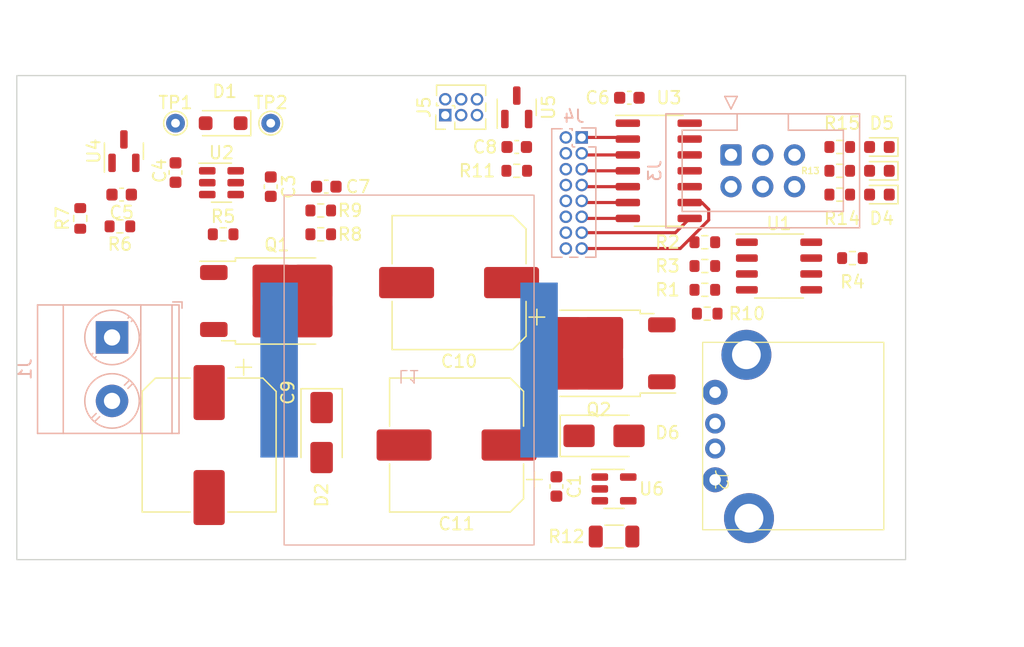
<source format=kicad_pcb>
(kicad_pcb (version 20221018) (generator pcbnew)
  (layers (0 "F.Cu" signal) (31 "B.Cu" signal) (34 "B.Paste" user) (35 "F.Paste" user) (36 "B.SilkS" user "B.Silkscreen") (37 "F.SilkS" user "F.Silkscreen") (38 "B.Mask" user) (39 "F.Mask" user) (44 "Edge.Cuts" user))
  (net 0 "")
  (net 1 "GND")
  (net 2 "Net-(D1-K)")
  (net 3 "/VSW")
  (net 4 "Net-(D1-A)")
  (net 5 "Net-(U4-GND)")
  (net 6 "+5V")
  (net 7 "Net-(J4-Pin_13)")
  (net 8 "VDD")
  (net 9 "Net-(D3-A)")
  (net 10 "Net-(D4-A)")
  (net 11 "Net-(D5-A)")
  (net 12 "VBUS")
  (net 13 "Net-(J2-D-)")
  (net 14 "Net-(J2-D+)")
  (net 15 "/MISO")
  (net 16 "/SCK")
  (net 17 "/MOSI")
  (net 18 "/~{RST}")
  (net 19 "Net-(J4-Pin_1)")
  (net 20 "Net-(J4-Pin_3)")
  (net 21 "Net-(J4-Pin_5)")
  (net 22 "Net-(J4-Pin_6)")
  (net 23 "Net-(J4-Pin_7)")
  (net 24 "Net-(J4-Pin_8)")
  (net 25 "/PWM")
  (net 26 "/AUX_ANALOG")
  (net 27 "Net-(Q1-G)")
  (net 28 "Net-(U1-R)")
  (net 29 "Net-(U2-HO)")
  (net 30 "Net-(J4-Pin_9)")
  (net 31 "Net-(J4-Pin_11)")
  (net 32 "Net-(J4-Pin_15)")
  (net 33 "Net-(D6-K)")
  (net 34 "Net-(D6-A)")
  (net 35 "/ILOAD")
  (net 36 "/REQ_V")
  (net 38 "/PWM2")
  (net 39 "Net-(U1-V1)")
  (net 40 "Net-(U1-V2)")
  (footprint "Package_TO_SOT_SMD:TO-252-2" (layer "F.Cu") (at 75.415 69.475)
    (fp_text reference "Q1" (at 0 -4.5) (layer "F.SilkS"))
    (fp_text value "PJD25N03")
    (fp_line (start -3.31 -3.45) (end -3.31 -3.18) (stroke (width 0.12)) (layer "F.SilkS"))
    (fp_line (start -3.31 -3.18) (end -6.14 -3.18) (stroke (width 0.12)) (layer "F.SilkS"))
    (fp_line (start -3.31 3.18) (end -4.41 3.18) (stroke (width 0.12)) (layer "F.SilkS"))
    (fp_line (start -3.31 3.45) (end -3.31 3.18) (stroke (width 0.12)) (layer "F.SilkS"))
    (fp_line (start 3.11 -3.45) (end -3.31 -3.45) (stroke (width 0.12)) (layer "F.SilkS"))
    (fp_line (start 3.11 3.45) (end -3.31 3.45) (stroke (width 0.12)) (layer "F.SilkS"))
    (pad "1" smd roundrect (at -5.04 -2.28) (size 2.2 1.2) (layers "F.Cu" "F.Paste" "F.Mask") (roundrect_rratio 0.208333) (net 27 "Net-(Q1-G)"))
    (pad "2" smd roundrect (at -0.415 -1.525) (size 3.05 2.75) (layers "F.Cu" "F.Paste") (roundrect_rratio 0.090909) (net 3 "/VSW"))
    (pad "2" smd roundrect (at -0.415 1.525) (size 3.05 2.75) (layers "F.Cu" "F.Paste") (roundrect_rratio 0.090909) (net 3 "/VSW"))
    (pad "2" smd roundrect (at 1.26 0) (size 6.4 5.8) (layers "F.Cu" "F.Mask") (roundrect_rratio 0.043103) (net 3 "/VSW"))
    (pad "2" smd roundrect (at 2.935 -1.525) (size 3.05 2.75) (layers "F.Cu" "F.Paste") (roundrect_rratio 0.090909) (net 3 "/VSW"))
    (pad "2" smd roundrect (at 2.935 1.525) (size 3.05 2.75) (layers "F.Cu" "F.Paste") (roundrect_rratio 0.090909) (net 3 "/VSW"))
    (pad "3" smd roundrect (at -5.04 2.28) (size 2.2 1.2) (layers "F.Cu" "F.Paste" "F.Mask") (roundrect_rratio 0.208333) (net 8 "VDD"))
  )
  (footprint "TestPoint:TestPoint_THTPad_D1.5mm_Drill0.7mm" (layer "F.Cu") (at 74.93 55.245)
    (fp_text reference "TP2" (at 0 -1.648) (layer "F.SilkS"))
    (fp_text value "TestPoint")
    (fp_circle (center 0 0) (end 0 0.95) (stroke (width 0.12)) (fill none) (layer "F.SilkS"))
    (pad "1" thru_hole circle (at 0 0) (size 1.5 1.5) (drill 0.7) (layers "*.Cu" "*.Mask") (net 2 "Net-(D1-K)"))
  )
  (footprint "Diode_SMD:D_0603_1608Metric" (layer "F.Cu") (at 123.635 59.055 180)
    (fp_text reference "D3" hide)
    (fp_text value "RED")
    (fp_line (start -1.485 -0.735) (end -1.485 0.735) (stroke (width 0.12)) (layer "F.SilkS"))
    (fp_line (start -1.485 0.735) (end 0.8 0.735) (stroke (width 0.12)) (layer "F.SilkS"))
    (fp_line (start 0.8 -0.735) (end -1.485 -0.735) (stroke (width 0.12)) (layer "F.SilkS"))
    (pad "1" smd roundrect (at -0.7875 0 180) (size 0.875 0.95) (layers "F.Cu" "F.Paste" "F.Mask") (net 1 "GND"))
    (pad "2" smd roundrect (at 0.7875 0 180) (size 0.875 0.95) (layers "F.Cu" "F.Paste" "F.Mask") (net 9 "Net-(D3-A)"))
  )
  (footprint "Capacitor_SMD:C_0603_1608Metric" (layer "F.Cu") (at 79.375 60.325 180)
    (fp_text reference "C7" (at -2.54 0) (layer "F.SilkS"))
    (fp_text value "10n")
    (fp_line (start -0.14058 -0.51) (end 0.14058 -0.51) (stroke (width 0.12)) (layer "F.SilkS"))
    (fp_line (start -0.14058 0.51) (end 0.14058 0.51) (stroke (width 0.12)) (layer "F.SilkS"))
    (pad "1" smd roundrect (at -0.775 0 180) (size 0.9 0.95) (layers "F.Cu" "F.Paste" "F.Mask") (net 24 "Net-(J4-Pin_8)"))
    (pad "2" smd roundrect (at 0.775 0 180) (size 0.9 0.95) (layers "F.Cu" "F.Paste" "F.Mask") (net 1 "GND"))
  )
  (footprint "Resistor_SMD:R_0603_1608Metric" (layer "F.Cu") (at 120.46 59.055)
    (fp_text reference "R13" (at -2.35 0) (layer "F.SilkS") (effects (font (size 0.5 0.5) (thickness 0.1) bold)))
    (fp_text value "1k")
    (fp_line (start -0.237258 -0.5225) (end 0.237258 -0.5225) (stroke (width 0.12)) (layer "F.SilkS"))
    (fp_line (start -0.237258 0.5225) (end 0.237258 0.5225) (stroke (width 0.12)) (layer "F.SilkS"))
    (pad "1" smd roundrect (at -0.825 0) (size 0.8 0.95) (layers "F.Cu" "F.Paste" "F.Mask") (net 15 "/MISO"))
    (pad "2" smd roundrect (at 0.825 0) (size 0.8 0.95) (layers "F.Cu" "F.Paste" "F.Mask") (net 9 "Net-(D3-A)"))
  )
  (footprint "Package_TO_SOT_SMD:SOT-23" (layer "F.Cu") (at 63.18 57.4825 90)
    (fp_text reference "U4" (at 0 -2.4 90) (layer "F.SilkS"))
    (fp_text value "AP7375")
    (fp_line (start 0 -1.56) (end -1.675 -1.56) (stroke (width 0.12)) (layer "F.SilkS"))
    (fp_line (start 0 -1.56) (end 0.65 -1.56) (stroke (width 0.12)) (layer "F.SilkS"))
    (fp_line (start 0 1.56) (end -0.65 1.56) (stroke (width 0.12)) (layer "F.SilkS"))
    (fp_line (start 0 1.56) (end 0.65 1.56) (stroke (width 0.12)) (layer "F.SilkS"))
    (pad "1" smd roundrect (at -0.9375 -0.95 90) (size 1.475 0.6) (layers "F.Cu" "F.Paste" "F.Mask") (net 8 "VDD"))
    (pad "2" smd roundrect (at -0.9375 0.95 90) (size 1.475 0.6) (layers "F.Cu" "F.Paste" "F.Mask") (net 4 "Net-(D1-A)"))
    (pad "3" smd roundrect (at 0.9375 0 90) (size 1.475 0.6) (layers "F.Cu" "F.Paste" "F.Mask") (net 5 "Net-(U4-GND)"))
  )
  (footprint "Package_TO_SOT_SMD:SOT-23" (layer "F.Cu") (at 94.615 53.975 90)
    (fp_text reference "U5" (at 0 2.54 90) (layer "F.SilkS"))
    (fp_text value "AP7375")
    (fp_line (start 0 -1.56) (end -1.675 -1.56) (stroke (width 0.12)) (layer "F.SilkS"))
    (fp_line (start 0 -1.56) (end 0.65 -1.56) (stroke (width 0.12)) (layer "F.SilkS"))
    (fp_line (start 0 1.56) (end -0.65 1.56) (stroke (width 0.12)) (layer "F.SilkS"))
    (fp_line (start 0 1.56) (end 0.65 1.56) (stroke (width 0.12)) (layer "F.SilkS"))
    (pad "1" smd roundrect (at -0.9375 -0.95 90) (size 1.475 0.6) (layers "F.Cu" "F.Paste" "F.Mask") (net 8 "VDD"))
    (pad "2" smd roundrect (at -0.9375 0.95 90) (size 1.475 0.6) (layers "F.Cu" "F.Paste" "F.Mask") (net 6 "+5V"))
    (pad "3" smd roundrect (at 0.9375 0 90) (size 1.475 0.6) (layers "F.Cu" "F.Paste" "F.Mask") (net 1 "GND"))
  )
  (footprint "Resistor_SMD:R_0603_1608Metric" (layer "F.Cu") (at 109.855 70.485 180)
    (fp_text reference "R10" (at -3.175 0) (layer "F.SilkS"))
    (fp_text value "400k")
    (fp_line (start -0.237258 -0.5225) (end 0.237258 -0.5225) (stroke (width 0.12)) (layer "F.SilkS"))
    (fp_line (start -0.237258 0.5225) (end 0.237258 0.5225) (stroke (width 0.12)) (layer "F.SilkS"))
    (pad "1" smd roundrect (at -0.825 0 180) (size 0.8 0.95) (layers "F.Cu" "F.Paste" "F.Mask") (net 12 "VBUS"))
    (pad "2" smd roundrect (at 0.825 0 180) (size 0.8 0.95) (layers "F.Cu" "F.Paste" "F.Mask") (net 22 "Net-(J4-Pin_6)"))
  )
  (footprint "Connector_PinHeader_1.27mm:PinHeader_2x03_P1.27mm_Vertical" (layer "F.Cu") (at 88.895 54.6 90)
    (fp_text reference "J5" (at 0.635 -1.695 90) (layer "F.SilkS"))
    (fp_text value "Conn_02x03_Odd_Even")
    (fp_line (start -1.13 -0.76) (end 0 -0.76) (stroke (width 0.12)) (layer "F.SilkS"))
    (fp_line (start -1.13 0) (end -1.13 -0.76) (stroke (width 0.12)) (layer "F.SilkS"))
    (fp_line (start -1.13 0.76) (end -1.13 3.235) (stroke (width 0.12)) (layer "F.SilkS"))
    (fp_line (start -1.13 0.76) (end -0.563471 0.76) (stroke (width 0.12)) (layer "F.SilkS"))
    (fp_line (start -1.13 3.235) (end -0.30753 3.235) (stroke (width 0.12)) (layer "F.SilkS"))
    (fp_line (start 0.30753 3.235) (end 0.96247 3.235) (stroke (width 0.12)) (layer "F.SilkS"))
    (fp_line (start 0.563471 0.76) (end 0.706529 0.76) (stroke (width 0.12)) (layer "F.SilkS"))
    (fp_line (start 0.76 -0.695) (end 0.96247 -0.695) (stroke (width 0.12)) (layer "F.SilkS"))
    (fp_line (start 0.76 -0.563471) (end 0.76 -0.695) (stroke (width 0.12)) (layer "F.SilkS"))
    (fp_line (start 0.76 0.706529) (end 0.76 0.563471) (stroke (width 0.12)) (layer "F.SilkS"))
    (fp_line (start 1.57753 -0.695) (end 2.4 -0.695) (stroke (width 0.12)) (layer "F.SilkS"))
    (fp_line (start 1.57753 3.235) (end 2.4 3.235) (stroke (width 0.12)) (layer "F.SilkS"))
    (fp_line (start 2.4 -0.695) (end 2.4 3.235) (stroke (width 0.12)) (layer "F.SilkS"))
    (pad "1" thru_hole rect (at 0 0 90) (size 1 1) (drill 0.65) (layers "*.Cu" "*.Mask") (net 6 "+5V"))
    (pad "2" thru_hole oval (at 1.27 0 90) (size 1 1) (drill 0.65) (layers "*.Cu" "*.Mask") (net 1 "GND"))
    (pad "3" thru_hole oval (at 0 1.27 90) (size 1 1) (drill 0.65) (layers "*.Cu" "*.Mask") (net 6 "+5V"))
    (pad "4" thru_hole oval (at 1.27 1.27 90) (size 1 1) (drill 0.65) (layers "*.Cu" "*.Mask") (net 1 "GND"))
    (pad "5" thru_hole oval (at 0 2.54 90) (size 1 1) (drill 0.65) (layers "*.Cu" "*.Mask") (net 6 "+5V"))
    (pad "6" thru_hole oval (at 1.27 2.54 90) (size 1 1) (drill 0.65) (layers "*.Cu" "*.Mask") (net 1 "GND"))
  )
  (footprint "Resistor_SMD:R_0603_1608Metric" (layer "F.Cu") (at 109.665 64.77 180)
    (fp_text reference "R2" (at 2.985 0) (layer "F.SilkS"))
    (fp_text value "100k")
    (fp_line (start -0.237258 -0.5225) (end 0.237258 -0.5225) (stroke (width 0.12)) (layer "F.SilkS"))
    (fp_line (start -0.237258 0.5225) (end 0.237258 0.5225) (stroke (width 0.12)) (layer "F.SilkS"))
    (pad "1" smd roundrect (at -0.825 0 180) (size 0.8 0.95) (layers "F.Cu" "F.Paste" "F.Mask") (net 39 "Net-(U1-V1)"))
    (pad "2" smd roundrect (at 0.825 0 180) (size 0.8 0.95) (layers "F.Cu" "F.Paste" "F.Mask") (net 40 "Net-(U1-V2)"))
  )
  (footprint "Resistor_SMD:R_1206_3216Metric" (layer "F.Cu") (at 102.4 88.32 180)
    (fp_text reference "R12" (at 3.81 0) (layer "F.SilkS"))
    (fp_text value "20m")
    (fp_line (start -0.727064 -0.91) (end 0.727064 -0.91) (stroke (width 0.12)) (layer "F.SilkS"))
    (fp_line (start -0.727064 0.91) (end 0.727064 0.91) (stroke (width 0.12)) (layer "F.SilkS"))
    (pad "1" smd roundrect (at -1.4625 0 180) (size 1.125 1.75) (layers "F.Cu" "F.Paste" "F.Mask") (roundrect_rratio 0.222222) (net 33 "Net-(D6-K)"))
    (pad "2" smd roundrect (at 1.4625 0 180) (size 1.125 1.75) (layers "F.Cu" "F.Paste" "F.Mask") (roundrect_rratio 0.222222) (net 12 "VBUS"))
  )
  (footprint "Resistor_SMD:R_0603_1608Metric" (layer "F.Cu") (at 78.93 62.23 180)
    (fp_text reference "R9" (at -2.35 0) (layer "F.SilkS"))
    (fp_text value "100k")
    (fp_line (start -0.237258 -0.5225) (end 0.237258 -0.5225) (stroke (width 0.12)) (layer "F.SilkS"))
    (fp_line (start -0.237258 0.5225) (end 0.237258 0.5225) (stroke (width 0.12)) (layer "F.SilkS"))
    (pad "1" smd roundrect (at -0.825 0 180) (size 0.8 0.95) (layers "F.Cu" "F.Paste" "F.Mask") (net 24 "Net-(J4-Pin_8)"))
    (pad "2" smd roundrect (at 0.825 0 180) (size 0.8 0.95) (layers "F.Cu" "F.Paste" "F.Mask") (net 1 "GND"))
  )
  (footprint "Package_TO_SOT_SMD:TO-252-2" (layer "F.Cu") (at 101.185 73.66 180)
    (fp_text reference "Q2" (at 0 -4.5) (layer "F.SilkS"))
    (fp_text value "PJD25N03")
    (fp_line (start -3.31 -3.45) (end -3.31 -3.18) (stroke (width 0.12)) (layer "F.SilkS"))
    (fp_line (start -3.31 -3.18) (end -6.14 -3.18) (stroke (width 0.12)) (layer "F.SilkS"))
    (fp_line (start -3.31 3.18) (end -4.41 3.18) (stroke (width 0.12)) (layer "F.SilkS"))
    (fp_line (start -3.31 3.45) (end -3.31 3.18) (stroke (width 0.12)) (layer "F.SilkS"))
    (fp_line (start 3.11 -3.45) (end -3.31 -3.45) (stroke (width 0.12)) (layer "F.SilkS"))
    (fp_line (start 3.11 3.45) (end -3.31 3.45) (stroke (width 0.12)) (layer "F.SilkS"))
    (pad "1" smd roundrect (at -5.04 -2.28 180) (size 2.2 1.2) (layers "F.Cu" "F.Paste" "F.Mask") (roundrect_rratio 0.208333) (net 38 "/PWM2"))
    (pad "2" smd roundrect (at -0.415 -1.525 180) (size 3.05 2.75) (layers "F.Cu" "F.Paste") (roundrect_rratio 0.090909) (net 34 "Net-(D6-A)"))
    (pad "2" smd roundrect (at -0.415 1.525 180) (size 3.05 2.75) (layers "F.Cu" "F.Paste") (roundrect_rratio 0.090909) (net 34 "Net-(D6-A)"))
    (pad "2" smd roundrect (at 1.26 0 180) (size 6.4 5.8) (layers "F.Cu" "F.Mask") (roundrect_rratio 0.043103) (net 34 "Net-(D6-A)"))
    (pad "2" smd roundrect (at 2.935 -1.525 180) (size 3.05 2.75) (layers "F.Cu" "F.Paste") (roundrect_rratio 0.090909) (net 34 "Net-(D6-A)"))
    (pad "2" smd roundrect (at 2.935 1.525 180) (size 3.05 2.75) (layers "F.Cu" "F.Paste") (roundrect_rratio 0.090909) (net 34 "Net-(D6-A)"))
    (pad "3" smd roundrect (at -5.04 2.28 180) (size 2.2 1.2) (layers "F.Cu" "F.Paste" "F.Mask") (roundrect_rratio 0.208333) (net 1 "GND"))
  )
  (footprint "Diode_SMD:D_0603_1608Metric" (layer "F.Cu") (at 123.635 60.96 180)
    (fp_text reference "D4" (at -0.19 -1.905) (layer "F.SilkS"))
    (fp_text value "YEL")
    (fp_line (start -1.485 -0.735) (end -1.485 0.735) (stroke (width 0.12)) (layer "F.SilkS"))
    (fp_line (start -1.485 0.735) (end 0.8 0.735) (stroke (width 0.12)) (layer "F.SilkS"))
    (fp_line (start 0.8 -0.735) (end -1.485 -0.735) (stroke (width 0.12)) (layer "F.SilkS"))
    (pad "1" smd roundrect (at -0.7875 0 180) (size 0.875 0.95) (layers "F.Cu" "F.Paste" "F.Mask") (net 1 "GND"))
    (pad "2" smd roundrect (at 0.7875 0 180) (size 0.875 0.95) (layers "F.Cu" "F.Paste" "F.Mask") (net 10 "Net-(D4-A)"))
  )
  (footprint "Package_TO_SOT_SMD:SOT-23-6" (layer "F.Cu") (at 70.9875 60.005)
    (fp_text reference "U2" (at 0 -2.4) (layer "F.SilkS"))
    (fp_text value "IRS10752LVBF")
    (fp_line (start 0 -1.56) (end -1.8 -1.56) (stroke (width 0.12)) (layer "F.SilkS"))
    (fp_line (start 0 -1.56) (end 0.8 -1.56) (stroke (width 0.12)) (layer "F.SilkS"))
    (fp_line (start 0 1.56) (end -0.8 1.56) (stroke (width 0.12)) (layer "F.SilkS"))
    (fp_line (start 0 1.56) (end 0.8 1.56) (stroke (width 0.12)) (layer "F.SilkS"))
    (pad "1" smd roundrect (at -1.1375 -0.95) (size 1.325 0.6) (layers "F.Cu" "F.Paste" "F.Mask") (net 4 "Net-(D1-A)"))
    (pad "2" smd roundrect (at -1.1375 0) (size 1.325 0.6) (layers "F.Cu" "F.Paste" "F.Mask") (net 1 "GND"))
    (pad "3" smd roundrect (at -1.1375 0.95) (size 1.325 0.6) (layers "F.Cu" "F.Paste" "F.Mask") (net 25 "/PWM"))
    (pad "4" smd roundrect (at 1.1375 0.95) (size 1.325 0.6) (layers "F.Cu" "F.Paste" "F.Mask") (net 3 "/VSW"))
    (pad "5" smd roundrect (at 1.1375 0) (size 1.325 0.6) (layers "F.Cu" "F.Paste" "F.Mask") (net 29 "Net-(U2-HO)"))
    (pad "6" smd roundrect (at 1.1375 -0.95) (size 1.325 0.6) (layers "F.Cu" "F.Paste" "F.Mask") (net 2 "Net-(D1-K)"))
  )
  (footprint "Capacitor_SMD:C_0603_1608Metric" (layer "F.Cu") (at 103.625 53.21)
    (fp_text reference "C6" (at -2.54 0) (layer "F.SilkS"))
    (fp_text value "10n")
    (fp_line (start -0.14058 -0.51) (end 0.14058 -0.51) (stroke (width 0.12)) (layer "F.SilkS"))
    (fp_line (start -0.14058 0.51) (end 0.14058 0.51) (stroke (width 0.12)) (layer "F.SilkS"))
    (pad "1" smd roundrect (at -0.775 0) (size 0.9 0.95) (layers "F.Cu" "F.Paste" "F.Mask") (net 6 "+5V"))
    (pad "2" smd roundrect (at 0.775 0) (size 0.9 0.95) (layers "F.Cu" "F.Paste" "F.Mask") (net 1 "GND"))
  )
  (footprint "TestPoint:TestPoint_THTPad_D1.5mm_Drill0.7mm" (layer "F.Cu") (at 67.31 55.245)
    (fp_text reference "TP1" (at 0 -1.648) (layer "F.SilkS"))
    (fp_text value "TestPoint")
    (fp_circle (center 0 0) (end 0 0.95) (stroke (width 0.12)) (fill none) (layer "F.SilkS"))
    (pad "1" thru_hole circle (at 0 0) (size 1.5 1.5) (drill 0.7) (layers "*.Cu" "*.Mask") (net 4 "Net-(D1-A)"))
  )
  (footprint "Package_TO_SOT_SMD:SOT-23-5" (layer "F.Cu") (at 102.4 84.51)
    (fp_text reference "U6" (at 3.01 0) (layer "F.SilkS"))
    (fp_text value "INA180A4")
    (fp_line (start 0 -1.56) (end -1.8 -1.56) (stroke (width 0.12)) (layer "F.SilkS"))
    (fp_line (start 0 -1.56) (end 0.8 -1.56) (stroke (width 0.12)) (layer "F.SilkS"))
    (fp_line (start 0 1.56) (end -0.8 1.56) (stroke (width 0.12)) (layer "F.SilkS"))
    (fp_line (start 0 1.56) (end 0.8 1.56) (stroke (width 0.12)) (layer "F.SilkS"))
    (pad "1" smd roundrect (at -1.1375 -0.95) (size 1.325 0.6) (layers "F.Cu" "F.Paste" "F.Mask") (net 35 "/ILOAD"))
    (pad "2" smd roundrect (at -1.1375 0) (size 1.325 0.6) (layers "F.Cu" "F.Paste" "F.Mask") (net 1 "GND"))
    (pad "3" smd roundrect (at -1.1375 0.95) (size 1.325 0.6) (layers "F.Cu" "F.Paste" "F.Mask") (net 33 "Net-(D6-K)"))
    (pad "4" smd roundrect (at 1.1375 0.95) (size 1.325 0.6) (layers "F.Cu" "F.Paste" "F.Mask") (net 12 "VBUS"))
    (pad "5" smd roundrect (at 1.1375 -0.95) (size 1.325 0.6) (layers "F.Cu" "F.Paste" "F.Mask") (net 6 "+5V"))
  )
  (footprint "Resistor_SMD:R_0603_1608Metric" (layer "F.Cu") (at 120.46 60.96)
    (fp_text reference "R14" (at 0.19 1.905) (layer "F.SilkS"))
    (fp_text value "1k")
    (fp_line (start -0.237258 -0.5225) (end 0.237258 -0.5225) (stroke (width 0.12)) (layer "F.SilkS"))
    (fp_line (start -0.237258 0.5225) (end 0.237258 0.5225) (stroke (width 0.12)) (layer "F.SilkS"))
    (pad "1" smd roundrect (at -0.825 0) (size 0.8 0.95) (layers "F.Cu" "F.Paste" "F.Mask") (net 17 "/MOSI"))
    (pad "2" smd roundrect (at 0.825 0) (size 0.8 0.95) (layers "F.Cu" "F.Paste" "F.Mask") (net 10 "Net-(D4-A)"))
  )
  (footprint "Diode_SMD:D_SOD-123F" (layer "F.Cu") (at 71.12 55.245 180)
    (fp_text reference "D1" (at -0.127 2.54 180) (layer "F.SilkS"))
    (fp_text value "SBM54")
    (fp_line (start -2.21 -1) (end -2.21 1) (stroke (width 0.12)) (layer "F.SilkS"))
    (fp_line (start -2.21 -1) (end 1.65 -1) (stroke (width 0.12)) (layer "F.SilkS"))
    (fp_line (start -2.21 1) (end 1.65 1) (stroke (width 0.12)) (layer "F.SilkS"))
    (pad "1" smd roundrect (at -1.4 0 180) (size 1.1 1.1) (layers "F.Cu" "F.Paste" "F.Mask") (roundrect_rratio 0.2272727273) (net 2 "Net-(D1-K)"))
    (pad "2" smd roundrect (at 1.4 0 180) (size 1.1 1.1) (layers "F.Cu" "F.Paste" "F.Mask") (roundrect_rratio 0.2272727273) (net 4 "Net-(D1-A)"))
  )
  (footprint "Capacitor_SMD:CP_Elec_10x10.5" (layer "F.Cu") (at 89.8 81 180)
    (fp_text reference "C11" (at 0 -6.3) (layer "F.SilkS"))
    (fp_text value "100u")
    (fp_line (start -6.85 -2.76) (end -5.6 -2.76) (stroke (width 0.12)) (layer "F.SilkS"))
    (fp_line (start -6.225 -3.385) (end -6.225 -2.135) (stroke (width 0.12)) (layer "F.SilkS"))
    (fp_line (start -5.36 -4.295563) (end -5.36 -1.51) (stroke (width 0.12)) (layer "F.SilkS"))
    (fp_line (start -5.36 -4.295563) (end -4.295563 -5.36) (stroke (width 0.12)) (layer "F.SilkS"))
    (fp_line (start -5.36 4.295563) (end -5.36 1.51) (stroke (width 0.12)) (layer "F.SilkS"))
    (fp_line (start -5.36 4.295563) (end -4.295563 5.36) (stroke (width 0.12)) (layer "F.SilkS"))
    (fp_line (start -4.295563 -5.36) (end 5.36 -5.36) (stroke (width 0.12)) (layer "F.SilkS"))
    (fp_line (start -4.295563 5.36) (end 5.36 5.36) (stroke (width 0.12)) (layer "F.SilkS"))
    (fp_line (start 5.36 -5.36) (end 5.36 -1.51) (stroke (width 0.12)) (layer "F.SilkS"))
    (fp_line (start 5.36 5.36) (end 5.36 1.51) (stroke (width 0.12)) (layer "F.SilkS"))
    (pad "1" smd roundrect (at -4.2 0 180) (size 4.4 2.5) (layers "F.Cu" "F.Paste" "F.Mask") (roundrect_rratio 0.1) (net 33 "Net-(D6-K)"))
    (pad "2" smd roundrect (at 4.2 0 180) (size 4.4 2.5) (layers "F.Cu" "F.Paste" "F.Mask") (roundrect_rratio 0.1) (net 1 "GND"))
  )
  (footprint "Resistor_SMD:R_0603_1608Metric" (layer "F.Cu") (at 78.93 64.135)
    (fp_text reference "R8" (at 2.35 0) (layer "F.SilkS"))
    (fp_text value "400k")
    (fp_line (start -0.237258 -0.5225) (end 0.237258 -0.5225) (stroke (width 0.12)) (layer "F.SilkS"))
    (fp_line (start -0.237258 0.5225) (end 0.237258 0.5225) (stroke (width 0.12)) (layer "F.SilkS"))
    (pad "1" smd roundrect (at -0.825 0) (size 0.8 0.95) (layers "F.Cu" "F.Paste" "F.Mask") (net 8 "VDD"))
    (pad "2" smd roundrect (at 0.825 0) (size 0.8 0.95) (layers "F.Cu" "F.Paste" "F.Mask") (net 24 "Net-(J4-Pin_8)"))
  )
  (footprint "fast_charger:usb_CU01" (layer "F.Cu") (at 110.49 83.78 -90)
    (fp_text reference "J2" (at 0 -0.5 -90 unlocked) (layer "F.SilkS") (effects (font (thickness 0.1))))
    (fp_text value "USB_A")
    (fp_rect (start -11 -13.5) (end 4 1) (stroke (width 0.1)) (fill none) (layer "F.SilkS"))
    (pad "1" thru_hole circle (at 0 0 270) (size 2 2) (drill 0.92) (layers "*.Cu" "*.Mask") (net 12 "VBUS"))
    (pad "2" thru_hole circle (at -2.5 0 270) (size 1.6 1.6) (drill 0.92) (layers "*.Cu" "*.Mask") (net 13 "Net-(J2-D-)"))
    (pad "3" thru_hole circle (at -4.5 0 270) (size 1.6 1.6) (drill 0.92) (layers "*.Cu" "*.Mask") (net 14 "Net-(J2-D+)"))
    (pad "4" thru_hole circle (at -7 0 270) (size 2 2) (drill 0.92) (layers "*.Cu" "*.Mask") (net 1 "GND"))
    (pad "5" thru_hole circle (at -10 -2.5 270) (size 4 4) (drill 2.3) (layers "*.Cu" "*.Mask") (net 1 "GND"))
    (pad "5" thru_hole circle (at 3.07 -2.71 270) (size 4 4) (drill 2.3) (layers "*.Cu" "*.Mask") (net 1 "GND"))
  )
  (footprint "Resistor_SMD:R_0603_1608Metric" (layer "F.Cu") (at 109.665 68.58 180)
    (fp_text reference "R1" (at 2.985 0) (layer "F.SilkS"))
    (fp_text value "400k")
    (fp_line (start -0.237258 -0.5225) (end 0.237258 -0.5225) (stroke (width 0.12)) (layer "F.SilkS"))
    (fp_line (start -0.237258 0.5225) (end 0.237258 0.5225) (stroke (width 0.12)) (layer "F.SilkS"))
    (pad "1" smd roundrect (at -0.825 0 180) (size 0.8 0.95) (layers "F.Cu" "F.Paste" "F.Mask") (net 36 "/REQ_V"))
    (pad "2" smd roundrect (at 0.825 0 180) (size 0.8 0.95) (layers "F.Cu" "F.Paste" "F.Mask") (net 6 "+5V"))
  )
  (footprint "Diode_SMD:D_0603_1608Metric" (layer "F.Cu") (at 123.635 57.15 180)
    (fp_text reference "D5" (at -0.19 1.905) (layer "F.SilkS"))
    (fp_text value "GRN")
    (fp_line (start -1.485 -0.735) (end -1.485 0.735) (stroke (width 0.12)) (layer "F.SilkS"))
    (fp_line (start -1.485 0.735) (end 0.8 0.735) (stroke (width 0.12)) (layer "F.SilkS"))
    (fp_line (start 0.8 -0.735) (end -1.485 -0.735) (stroke (width 0.12)) (layer "F.SilkS"))
    (pad "1" smd roundrect (at -0.7875 0 180) (size 0.875 0.95) (layers "F.Cu" "F.Paste" "F.Mask") (net 1 "GND"))
    (pad "2" smd roundrect (at 0.7875 0 180) (size 0.875 0.95) (layers "F.Cu" "F.Paste" "F.Mask") (net 11 "Net-(D5-A)"))
  )
  (footprint "Capacitor_SMD:C_0603_1608Metric" (layer "F.Cu") (at 63 60.96 180)
    (fp_text reference "C5" (at 0 -1.43) (layer "F.SilkS"))
    (fp_text value "10n")
    (fp_line (start -0.14058 -0.51) (end 0.14058 -0.51) (stroke (width 0.12)) (layer "F.SilkS"))
    (fp_line (start -0.14058 0.51) (end 0.14058 0.51) (stroke (width 0.12)) (layer "F.SilkS"))
    (pad "1" smd roundrect (at -0.775 0 180) (size 0.9 0.95) (layers "F.Cu" "F.Paste" "F.Mask") (net 4 "Net-(D1-A)"))
    (pad "2" smd roundrect (at 0.775 0 180) (size 0.9 0.95) (layers "F.Cu" "F.Paste" "F.Mask") (net 5 "Net-(U4-GND)"))
  )
  (footprint "Capacitor_SMD:C_0603_1608Metric" (layer "F.Cu") (at 97.79 84.315 -90)
    (fp_text reference "C1" (at 0 -1.43 90) (layer "F.SilkS"))
    (fp_text value "10n")
    (fp_line (start -0.14058 -0.51) (end 0.14058 -0.51) (stroke (width 0.12)) (layer "F.SilkS"))
    (fp_line (start -0.14058 0.51) (end 0.14058 0.51) (stroke (width 0.12)) (layer "F.SilkS"))
    (pad "1" smd roundrect (at -0.775 0 270) (size 0.9 0.95) (layers "F.Cu" "F.Paste" "F.Mask") (net 33 "Net-(D6-K)"))
    (pad "2" smd roundrect (at 0.775 0 270) (size 0.9 0.95) (layers "F.Cu" "F.Paste" "F.Mask") (net 1 "GND"))
  )
  (footprint "Diode_SMD:D_SMA" (layer "F.Cu") (at 79 80 -90)
    (fp_text reference "D2" (at 5 0 90) (layer "F.SilkS"))
    (fp_text value "SBM54")
    (fp_line (start -3.51 -1.65) (end -3.51 1.65) (stroke (width 0.12)) (layer "F.SilkS"))
    (fp_line (start -3.51 -1.65) (end 2 -1.65) (stroke (width 0.12)) (layer "F.SilkS"))
    (fp_line (start -3.51 1.65) (end 2 1.65) (stroke (width 0.12)) (layer "F.SilkS"))
    (pad "1" smd roundrect (at -2 0 270) (size 2.5 1.8) (layers "F.Cu" "F.Paste" "F.Mask") (roundrect_rratio 0.1388888889) (net 3 "/VSW"))
    (pad "2" smd roundrect (at 2 0 270) (size 2.5 1.8) (layers "F.Cu" "F.Paste" "F.Mask") (roundrect_rratio 0.1388888889) (net 1 "GND"))
  )
  (footprint "Capacitor_SMD:CP_Elec_10x10.5" (layer "F.Cu") (at 70 81 -90)
    (fp_text reference "C9" (at -4.2 -6.3 90) (layer "F.SilkS"))
    (fp_text value "100u")
    (fp_line (start -6.85 -2.76) (end -5.6 -2.76) (stroke (width 0.12)) (layer "F.SilkS"))
    (fp_line (start -6.225 -3.385) (end -6.225 -2.135) (stroke (width 0.12)) (layer "F.SilkS"))
    (fp_line (start -5.36 -4.295563) (end -5.36 -1.51) (stroke (width 0.12)) (layer "F.SilkS"))
    (fp_line (start -5.36 -4.295563) (end -4.295563 -5.36) (stroke (width 0.12)) (layer "F.SilkS"))
    (fp_line (start -5.36 4.295563) (end -5.36 1.51) (stroke (width 0.12)) (layer "F.SilkS"))
    (fp_line (start -5.36 4.295563) (end -4.295563 5.36) (stroke (width 0.12)) (layer "F.SilkS"))
    (fp_line (start -4.295563 -5.36) (end 5.36 -5.36) (stroke (width 0.12)) (layer "F.SilkS"))
    (fp_line (start -4.295563 5.36) (end 5.36 5.36) (stroke (width 0.12)) (layer "F.SilkS"))
    (fp_line (start 5.36 -5.36) (end 5.36 -1.51) (stroke (width 0.12)) (layer "F.SilkS"))
    (fp_line (start 5.36 5.36) (end 5.36 1.51) (stroke (width 0.12)) (layer "F.SilkS"))
    (pad "1" smd roundrect (at -4.2 0 270) (size 4.4 2.5) (layers "F.Cu" "F.Paste" "F.Mask") (roundrect_rratio 0.1) (net 8 "VDD"))
    (pad "2" smd roundrect (at 4.2 0 270) (size 4.4 2.5) (layers "F.Cu" "F.Paste" "F.Mask") (roundrect_rratio 0.1) (net 1 "GND"))
  )
  (footprint "Capacitor_SMD:C_0603_1608Metric" (layer "F.Cu") (at 67.31 59.195 -90)
    (fp_text reference "C4" (at -0.14 1.27 90) (layer "F.SilkS"))
    (fp_text value "10n")
    (fp_line (start -0.14058 -0.51) (end 0.14058 -0.51) (stroke (width 0.12)) (layer "F.SilkS"))
    (fp_line (start -0.14058 0.51) (end 0.14058 0.51) (stroke (width 0.12)) (layer "F.SilkS"))
    (pad "1" smd roundrect (at -0.775 0 270) (size 0.9 0.95) (layers "F.Cu" "F.Paste" "F.Mask") (net 4 "Net-(D1-A)"))
    (pad "2" smd roundrect (at 0.775 0 270) (size 0.9 0.95) (layers "F.Cu" "F.Paste" "F.Mask") (net 1 "GND"))
  )
  (footprint "Capacitor_SMD:C_0603_1608Metric" (layer "F.Cu") (at 74.93 60.325 -90)
    (fp_text reference "C3" (at 0 -1.43 90) (layer "F.SilkS"))
    (fp_text value "10n")
    (fp_line (start -0.14058 -0.51) (end 0.14058 -0.51) (stroke (width 0.12)) (layer "F.SilkS"))
    (fp_line (start -0.14058 0.51) (end 0.14058 0.51) (stroke (width 0.12)) (layer "F.SilkS"))
    (pad "1" smd roundrect (at -0.775 0 270) (size 0.9 0.95) (layers "F.Cu" "F.Paste" "F.Mask") (net 2 "Net-(D1-K)"))
    (pad "2" smd roundrect (at 0.775 0 270) (size 0.9 0.95) (layers "F.Cu" "F.Paste" "F.Mask") (net 3 "/VSW"))
  )
  (footprint "Package_SO:SO-8_3.9x4.9mm_P1.27mm" (layer "F.Cu") (at 115.605 66.675)
    (fp_text reference "U1" (at 0 -3.4) (layer "F.SilkS"))
    (fp_text value "CHY100")
    (fp_line (start 0 -2.56) (end -3.45 -2.56) (stroke (width 0.12)) (layer "F.SilkS"))
    (fp_line (start 0 -2.56) (end 1.95 -2.56) (stroke (width 0.12)) (layer "F.SilkS"))
    (fp_line (start 0 2.56) (end -1.95 2.56) (stroke (width 0.12)) (layer "F.SilkS"))
    (fp_line (start 0 2.56) (end 1.95 2.56) (stroke (width 0.12)) (layer "F.SilkS"))
    (pad "1" smd roundrect (at -2.575 -1.905) (size 1.75 0.6) (layers "F.Cu" "F.Paste" "F.Mask") (net 1 "GND"))
    (pad "2" smd roundrect (at -2.575 -0.635) (size 1.75 0.6) (layers "F.Cu" "F.Paste" "F.Mask") (net 39 "Net-(U1-V1)"))
    (pad "3" smd roundrect (at -2.575 0.635) (size 1.75 0.6) (layers "F.Cu" "F.Paste" "F.Mask") (net 40 "Net-(U1-V2)"))
    (pad "4" smd roundrect (at -2.575 1.905) (size 1.75 0.6) (layers "F.Cu" "F.Paste" "F.Mask") (net 36 "/REQ_V"))
    (pad "5" smd roundrect (at 2.575 1.905) (size 1.75 0.6) (layers "F.Cu" "F.Paste" "F.Mask") (net 13 "Net-(J2-D-)"))
    (pad "6" smd roundrect (at 2.575 0.635) (size 1.75 0.6) (layers "F.Cu" "F.Paste" "F.Mask") (net 14 "Net-(J2-D+)"))
    (pad "7" smd roundrect (at 2.575 -0.635) (size 1.75 0.6) (layers "F.Cu" "F.Paste" "F.Mask") (net 28 "Net-(U1-R)"))
    (pad "8" smd roundrect (at 2.575 -1.905) (size 1.75 0.6) (layers "F.Cu" "F.Paste" "F.Mask") (net 6 "+5V"))
  )
  (footprint "Resistor_SMD:R_0603_1608Metric" (layer "F.Cu") (at 94.615 59.055 180)
    (fp_text reference "R11" (at 3.175 0) (layer "F.SilkS"))
    (fp_text value "100k")
    (fp_line (start -0.237258 -0.5225) (end 0.237258 -0.5225) (stroke (width 0.12)) (layer "F.SilkS"))
    (fp_line (start -0.237258 0.5225) (end 0.237258 0.5225) (stroke (width 0.12)) (layer "F.SilkS"))
    (pad "1" smd roundrect (at -0.825 0 180) (size 0.8 0.95) (layers "F.Cu" "F.Paste" "F.Mask") (net 22 "Net-(J4-Pin_6)"))
    (pad "2" smd roundrect (at 0.825 0 180) (size 0.8 0.95) (layers "F.Cu" "F.Paste" "F.Mask") (net 1 "GND"))
  )
  (footprint "Resistor_SMD:R_0603_1608Metric" (layer "F.Cu") (at 59.685 62.865 90)
    (fp_text reference "R7" (at 0 -1.43 90) (layer "F.SilkS"))
    (fp_text value "200k")
    (fp_line (start -0.237258 -0.5225) (end 0.237258 -0.5225) (stroke (width 0.12)) (layer "F.SilkS"))
    (fp_line (start -0.237258 0.5225) (end 0.237258 0.5225) (stroke (width 0.12)) (layer "F.SilkS"))
    (pad "1" smd roundrect (at -0.825 0 90) (size 0.8 0.95) (layers "F.Cu" "F.Paste" "F.Mask") (net 5 "Net-(U4-GND)"))
    (pad "2" smd roundrect (at 0.825 0 90) (size 0.8 0.95) (layers "F.Cu" "F.Paste" "F.Mask") (net 1 "GND"))
  )
  (footprint "Capacitor_SMD:CP_Elec_10x10.5" (layer "F.Cu") (at 90 68 180)
    (fp_text reference "C10" (at 0 -6.3) (layer "F.SilkS"))
    (fp_text value "100u")
    (fp_line (start -6.85 -2.76) (end -5.6 -2.76) (stroke (width 0.12)) (layer "F.SilkS"))
    (fp_line (start -6.225 -3.385) (end -6.225 -2.135) (stroke (width 0.12)) (layer "F.SilkS"))
    (fp_line (start -5.36 -4.295563) (end -5.36 -1.51) (stroke (width 0.12)) (layer "F.SilkS"))
    (fp_line (start -5.36 -4.295563) (end -4.295563 -5.36) (stroke (width 0.12)) (layer "F.SilkS"))
    (fp_line (start -5.36 4.295563) (end -5.36 1.51) (stroke (width 0.12)) (layer "F.SilkS"))
    (fp_line (start -5.36 4.295563) (end -4.295563 5.36) (stroke (width 0.12)) (layer "F.SilkS"))
    (fp_line (start -4.295563 -5.36) (end 5.36 -5.36) (stroke (width 0.12)) (layer "F.SilkS"))
    (fp_line (start -4.295563 5.36) (end 5.36 5.36) (stroke (width 0.12)) (layer "F.SilkS"))
    (fp_line (start 5.36 -5.36) (end 5.36 -1.51) (stroke (width 0.12)) (layer "F.SilkS"))
    (fp_line (start 5.36 5.36) (end 5.36 1.51) (stroke (width 0.12)) (layer "F.SilkS"))
    (pad "1" smd roundrect (at -4.2 0 180) (size 4.4 2.5) (layers "F.Cu" "F.Paste" "F.Mask") (roundrect_rratio 0.1) (net 33 "Net-(D6-K)"))
    (pad "2" smd roundrect (at 4.2 0 180) (size 4.4 2.5) (layers "F.Cu" "F.Paste" "F.Mask") (roundrect_rratio 0.1) (net 1 "GND"))
  )
  (footprint "Resistor_SMD:R_0603_1608Metric" (layer "F.Cu") (at 71.12 64.135)
    (fp_text reference "R5" (at 0 -1.43) (layer "F.SilkS"))
    (fp_text value "10")
    (fp_line (start -0.237258 -0.5225) (end 0.237258 -0.5225) (stroke (width 0.12)) (layer "F.SilkS"))
    (fp_line (start -0.237258 0.5225) (end 0.237258 0.5225) (stroke (width 0.12)) (layer "F.SilkS"))
    (pad "1" smd roundrect (at -0.825 0) (size 0.8 0.95) (layers "F.Cu" "F.Paste" "F.Mask") (net 27 "Net-(Q1-G)"))
    (pad "2" smd roundrect (at 0.825 0) (size 0.8 0.95) (layers "F.Cu" "F.Paste" "F.Mask") (net 29 "Net-(U2-HO)"))
  )
  (footprint "Capacitor_SMD:C_0603_1608Metric" (layer "F.Cu") (at 94.615 57.15 180)
    (fp_text reference "C8" (at 2.54 0) (layer "F.SilkS"))
    (fp_text value "10n")
    (fp_line (start -0.14058 -0.51) (end 0.14058 -0.51) (stroke (width 0.12)) (layer "F.SilkS"))
    (fp_line (start -0.14058 0.51) (end 0.14058 0.51) (stroke (width 0.12)) (layer "F.SilkS"))
    (pad "1" smd roundrect (at -0.775 0 180) (size 0.9 0.95) (layers "F.Cu" "F.Paste" "F.Mask") (net 22 "Net-(J4-Pin_6)"))
    (pad "2" smd roundrect (at 0.775 0 180) (size 0.9 0.95) (layers "F.Cu" "F.Paste" "F.Mask") (net 1 "GND"))
  )
  (footprint "Resistor_SMD:R_0603_1608Metric" (layer "F.Cu") (at 120.46 57.15)
    (fp_text reference "R15" (at 0.19 -1.905) (layer "F.SilkS"))
    (fp_text value "1k")
    (fp_line (start -0.237258 -0.5225) (end 0.237258 -0.5225) (stroke (width 0.12)) (layer "F.SilkS"))
    (fp_line (start -0.237258 0.5225) (end 0.237258 0.5225) (stroke (width 0.12)) (layer "F.SilkS"))
    (pad "1" smd roundrect (at -0.825 0) (size 0.8 0.95) (layers "F.Cu" "F.Paste" "F.Mask") (net 16 "/SCK"))
    (pad "2" smd roundrect (at 0.825 0) (size 0.8 0.95) (layers "F.Cu" "F.Paste" "F.Mask") (net 11 "Net-(D5-A)"))
  )
  (footprint "Resistor_SMD:R_0603_1608Metric" (layer "F.Cu") (at 109.665 66.675)
    (fp_text reference "R3" (at -2.985 0) (layer "F.SilkS"))
    (fp_text value "100k")
    (fp_line (start -0.237258 -0.5225) (end 0.237258 -0.5225) (stroke (width 0.12)) (layer "F.SilkS"))
    (fp_line (start -0.237258 0.5225) (end 0.237258 0.5225) (stroke (width 0.12)) (layer "F.SilkS"))
    (pad "1" smd roundrect (at -0.825 0) (size 0.8 0.95) (layers "F.Cu" "F.Paste" "F.Mask") (net 40 "Net-(U1-V2)"))
    (pad "2" smd roundrect (at 0.825 0) (size 0.8 0.95) (layers "F.Cu" "F.Paste" "F.Mask") (net 36 "/REQ_V"))
  )
  (footprint "Diode_SMD:D_SMA" (layer "F.Cu") (at 101.6 80.265)
    (fp_text reference "D6" (at 5.08 -0.255) (layer "F.SilkS"))
    (fp_text value "SBM54")
    (fp_line (start -3.51 -1.65) (end -3.51 1.65) (stroke (width 0.12)) (layer "F.SilkS"))
    (fp_line (start -3.51 -1.65) (end 2 -1.65) (stroke (width 0.12)) (layer "F.SilkS"))
    (fp_line (start -3.51 1.65) (end 2 1.65) (stroke (width 0.12)) (layer "F.SilkS"))
    (pad "1" smd roundrect (at -2 0) (size 2.5 1.8) (layers "F.Cu" "F.Paste" "F.Mask") (roundrect_rratio 0.1388888889) (net 33 "Net-(D6-K)"))
    (pad "2" smd roundrect (at 2 0) (size 2.5 1.8) (layers "F.Cu" "F.Paste" "F.Mask") (roundrect_rratio 0.1388888889) (net 34 "Net-(D6-A)"))
  )
  (footprint "Resistor_SMD:R_0603_1608Metric" (layer "F.Cu") (at 121.475 66.04)
    (fp_text reference "R4" (at 0 1.905) (layer "F.SilkS"))
    (fp_text value "100k")
    (fp_line (start -0.237258 -0.5225) (end 0.237258 -0.5225) (stroke (width 0.12)) (layer "F.SilkS"))
    (fp_line (start -0.237258 0.5225) (end 0.237258 0.5225) (stroke (width 0.12)) (layer "F.SilkS"))
    (pad "1" smd roundrect (at -0.825 0) (size 0.8 0.95) (layers "F.Cu" "F.Paste" "F.Mask") (net 28 "Net-(U1-R)"))
    (pad "2" smd roundrect (at 0.825 0) (size 0.8 0.95) (layers "F.Cu" "F.Paste" "F.Mask") (net 1 "GND"))
  )
  (footprint "Resistor_SMD:R_0603_1608Metric" (layer "F.Cu") (at 62.86 63.5 180)
    (fp_text reference "R6" (at 0 -1.43) (layer "F.SilkS"))
    (fp_text value "100k")
    (fp_line (start -0.237258 -0.5225) (end 0.237258 -0.5225) (stroke (width 0.12)) (layer "F.SilkS"))
    (fp_line (start -0.237258 0.5225) (end 0.237258 0.5225) (stroke (width 0.12)) (layer "F.SilkS"))
    (pad "1" smd roundrect (at -0.825 0 180) (size 0.8 0.95) (layers "F.Cu" "F.Paste" "F.Mask") (net 4 "Net-(D1-A)"))
    (pad "2" smd roundrect (at 0.825 0 180) (size 0.8 0.95) (layers "F.Cu" "F.Paste" "F.Mask") (net 5 "Net-(U4-GND)"))
  )
  (footprint "Package_SO:SOIC-14_3.9x8.7mm_P1.27mm" (layer "F.Cu") (at 105.98 59.055)
    (fp_text reference "U3" (at 0.82 -5.845) (layer "F.SilkS"))
    (fp_text value "ATtiny404-SS")
    (fp_line (start 0 -4.435) (end -3.45 -4.435) (stroke (width 0.12)) (layer "F.SilkS"))
    (fp_line (start 0 -4.435) (end 1.95 -4.435) (stroke (width 0.12)) (layer "F.SilkS"))
    (fp_line (start 0 4.435) (end -1.95 4.435) (stroke (width 0.12)) (layer "F.SilkS"))
    (fp_line (start 0 4.435) (end 1.95 4.435) (stroke (width 0.12)) (layer "F.SilkS"))
    (pad "1" smd roundrect (at -2.475 -3.81) (size 1.95 0.6) (layers "F.Cu" "F.Paste" "F.Mask") (net 6 "+5V"))
    (pad "2" smd roundrect (at -2.475 -2.54) (size 1.95 0.6) (layers "F.Cu" "F.Paste" "F.Mask") (net 19 "Net-(J4-Pin_1)"))
    (pad "3" smd roundrect (at -2.475 -1.27) (size 1.95 0.6) (layers "F.Cu" "F.Paste" "F.Mask") (net 20 "Net-(J4-Pin_3)"))
    (pad "4" smd roundrect (at -2.475 0) (size 1.95 0.6) (layers "F.Cu" "F.Paste" "F.Mask") (net 21 "Net-(J4-Pin_5)"))
    (pad "5" smd roundrect (at -2.475 1.27) (size 1.95 0.6) (layers "F.Cu" "F.Paste" "F.Mask") (net 23 "Net-(J4-Pin_7)"))
    (pad "6" smd roundrect (at -2.475 2.54) (size 1.95 0.6) (layers "F.Cu" "F.Paste" "F.Mask") (net 30 "Net-(J4-Pin_9)"))
    (pad "7" smd roundrect (at -2.475 3.81) (size 1.95 0.6) (layers "F.Cu" "F.Paste" "F.Mask") (net 31 "Net-(J4-Pin_11)"))
    (pad "8" smd roundrect (at 2.475 3.81) (size 1.95 0.6) (layers "F.Cu" "F.Paste" "F.Mask") (net 7 "Net-(J4-Pin_13)"))
    (pad "9" smd roundrect (at 2.475 2.54) (size 1.95 0.6) (layers "F.Cu" "F.Paste" "F.Mask") (net 32 "Net-(J4-Pin_15)"))
    (pad "10" smd roundrect (at 2.475 1.27) (size 1.95 0.6) (layers "F.Cu" "F.Paste" "F.Mask") (net 18 "/~{RST}"))
    (pad "11" smd roundrect (at 2.475 0) (size 1.95 0.6) (layers "F.Cu" "F.Paste" "F.Mask") (net 17 "/MOSI"))
    (pad "12" smd roundrect (at 2.475 -1.27) (size 1.95 0.6) (layers "F.Cu" "F.Paste" "F.Mask") (net 15 "/MISO"))
    (pad "13" smd roundrect (at 2.475 -2.54) (size 1.95 0.6) (layers "F.Cu" "F.Paste" "F.Mask") (net 16 "/SCK"))
    (pad "14" smd roundrect (at 2.475 -3.81) (size 1.95 0.6) (layers "F.Cu" "F.Paste" "F.Mask") (net 1 "GND"))
  )
  (footprint "Connector_PinHeader_1.27mm:PinHeader_2x08_P1.27mm_Vertical" (layer "B.Cu") (at 99.815 56.385 180)
    (fp_text reference "J4" (at 0.635 1.695) (layer "B.SilkS") (effects (justify mirror)))
    (fp_text value "Conn_02x08_Odd_Even")
    (fp_line (start -1.13 -9.585) (end -0.30753 -9.585) (stroke (width 0.12)) (layer "B.SilkS"))
    (fp_line (start -1.13 -0.76) (end -1.13 -9.585) (stroke (width 0.12)) (layer "B.SilkS"))
    (fp_line (start -1.13 -0.76) (end -0.563471 -0.76) (stroke (width 0.12)) (layer "B.SilkS"))
    (fp_line (start -1.13 0) (end -1.13 0.76) (stroke (width 0.12)) (layer "B.SilkS"))
    (fp_line (start -1.13 0.76) (end 0 0.76) (stroke (width 0.12)) (layer "B.SilkS"))
    (fp_line (start 0.30753 -9.585) (end 0.96247 -9.585) (stroke (width 0.12)) (layer "B.SilkS"))
    (fp_line (start 0.563471 -0.76) (end 0.706529 -0.76) (stroke (width 0.12)) (layer "B.SilkS"))
    (fp_line (start 0.76 -0.706529) (end 0.76 -0.563471) (stroke (width 0.12)) (layer "B.SilkS"))
    (fp_line (start 0.76 0.563471) (end 0.76 0.695) (stroke (width 0.12)) (layer "B.SilkS"))
    (fp_line (start 0.76 0.695) (end 0.96247 0.695) (stroke (width 0.12)) (layer "B.SilkS"))
    (fp_line (start 1.57753 -9.585) (end 2.4 -9.585) (stroke (width 0.12)) (layer "B.SilkS"))
    (fp_line (start 1.57753 0.695) (end 2.4 0.695) (stroke (width 0.12)) (layer "B.SilkS"))
    (fp_line (start 2.4 0.695) (end 2.4 -9.585) (stroke (width 0.12)) (layer "B.SilkS"))
    (pad "1" thru_hole rect (at 0 0 180) (size 1 1) (drill 0.65) (layers "*.Cu" "*.Mask") (net 19 "Net-(J4-Pin_1)"))
    (pad "2" thru_hole oval (at 1.27 0 180) (size 1 1) (drill 0.65) (layers "*.Cu" "*.Mask") (net 26 "/AUX_ANALOG"))
    (pad "3" thru_hole oval (at 0 -1.27 180) (size 1 1) (drill 0.65) (layers "*.Cu" "*.Mask") (net 20 "Net-(J4-Pin_3)"))
    (pad "4" thru_hole oval (at 1.27 -1.27 180) (size 1 1) (drill 0.65) (layers "*.Cu" "*.Mask") (net 35 "/ILOAD"))
    (pad "5" thru_hole oval (at 0 -2.54 180) (size 1 1) (drill 0.65) (layers "*.Cu" "*.Mask") (net 21 "Net-(J4-Pin_5)"))
    (pad "6" thru_hole oval (at 1.27 -2.54 180) (size 1 1) (drill 0.65) (layers "*.Cu" "*.Mask") (net 22 "Net-(J4-Pin_6)"))
    (pad "7" thru_hole oval (at 0 -3.81 180) (size 1 1) (drill 0.65) (layers "*.Cu" "*.Mask") (net 23 "Net-(J4-Pin_7)"))
    (pad "8" thru_hole oval (at 1.27 -3.81 180) (size 1 1) (drill 0.65) (layers "*.Cu" "*.Mask") (net 24 "Net-(J4-Pin_8)"))
    (pad "9" thru_hole oval (at 0 -5.08 180) (size 1 1) (drill 0.65) (layers "*.Cu" "*.Mask") (net 30 "Net-(J4-Pin_9)"))
    (pad "10" thru_hole oval (at 1.27 -5.08 180) (size 1 1) (drill 0.65) (layers "*.Cu" "*.Mask") (net 36 "/REQ_V"))
    (pad "11" thru_hole oval (at 0 -6.35 180) (size 1 1) (drill 0.65) (layers "*.Cu" "*.Mask") (net 31 "Net-(J4-Pin_11)"))
    (pad "12" thru_hole oval (at 1.27 -6.35 180) (size 1 1) (drill 0.65) (layers "*.Cu" "*.Mask"))
    (pad "13" thru_hole oval (at 0 -7.62 180) (size 1 1) (drill 0.65) (layers "*.Cu" "*.Mask") (net 7 "Net-(J4-Pin_13)"))
    (pad "14" thru_hole oval (at 1.27 -7.62 180) (size 1 1) (drill 0.65) (layers "*.Cu" "*.Mask") (net 38 "/PWM2"))
    (pad "15" thru_hole oval (at 0 -8.89 180) (size 1 1) (drill 0.65) (layers "*.Cu" "*.Mask") (net 32 "Net-(J4-Pin_15)"))
    (pad "16" thru_hole oval (at 1.27 -8.89 180) (size 1 1) (drill 0.65) (layers "*.Cu" "*.Mask") (net 25 "/PWM"))
  )
  (footprint "fast_charger:L_murata_6000B" (layer "B.Cu") (at 86 75)
    (fp_text reference "L1" (at 0 0.5 180 unlocked) (layer "B.SilkS") (effects (font (thickness 0.1)) (justify mirror)))
    (fp_text value "47u")
    (fp_rect (start -10 14) (end 10 -14) (stroke (width 0.1)) (fill none) (layer "B.SilkS"))
    (pad "1" smd rect (at -10.4 0) (size 3 14) (layers "B.Cu" "B.Paste" "B.Mask") (net 3 "/VSW"))
    (pad "2" smd rect (at 10.4 0) (size 3 14) (layers "B.Cu" "B.Paste" "B.Mask") (net 34 "Net-(D6-A)"))
  )
  (footprint "TerminalBlock_Phoenix:TerminalBlock_Phoenix_MKDS-3-2-5.08_1x02_P5.08mm_Horizontal" (layer "B.Cu") (at 62.23 72.39 -90)
    (fp_text reference "J1" (at 2.54 6.96 90) (layer "B.SilkS") (effects (justify mirror)))
    (fp_text value "Screw_Terminal_01x02")
    (fp_line (start -2.84 -5.6) (end -2.34 -5.6) (stroke (width 0.12)) (layer "B.SilkS"))
    (fp_line (start -2.84 -4.86) (end -2.84 -5.6) (stroke (width 0.12)) (layer "B.SilkS"))
    (fp_line (start -2.6 -5.36) (end 7.68 -5.36) (stroke (width 0.12)) (layer "B.SilkS"))
    (fp_line (start -2.6 -4.8) (end 7.68 -4.8) (stroke (width 0.12)) (layer "B.SilkS"))
    (fp_line (start -2.6 -2.3) (end 7.68 -2.3) (stroke (width 0.12)) (layer "B.SilkS"))
    (fp_line (start -2.6 3.9) (end 7.68 3.9) (stroke (width 0.12)) (layer "B.SilkS"))
    (fp_line (start -2.6 5.96) (end -2.6 -5.36) (stroke (width 0.12)) (layer "B.SilkS"))
    (fp_line (start -2.6 5.96) (end 7.68 5.96) (stroke (width 0.12)) (layer "B.SilkS"))
    (fp_line (start -1.548 -1.281) (end -1.654 -1.388) (stroke (width 0.12)) (layer "B.SilkS"))
    (fp_line (start -1.282 -1.547) (end -1.388 -1.654) (stroke (width 0.12)) (layer "B.SilkS"))
    (fp_line (start 1.388 1.654) (end 1.281 1.547) (stroke (width 0.12)) (layer "B.SilkS"))
    (fp_line (start 1.654 1.388) (end 1.547 1.281) (stroke (width 0.12)) (layer "B.SilkS"))
    (fp_line (start 3.822 -0.992) (end 3.427 -1.388) (stroke (width 0.12)) (layer "B.SilkS"))
    (fp_line (start 4.073 -1.274) (end 3.693 -1.654) (stroke (width 0.12)) (layer "B.SilkS"))
    (fp_line (start 6.468 1.654) (end 6.088 1.274) (stroke (width 0.12)) (layer "B.SilkS"))
    (fp_line (start 6.734 1.388) (end 6.339 0.992) (stroke (width 0.12)) (layer "B.SilkS"))
    (fp_line (start 7.68 5.96) (end 7.68 -5.36) (stroke (width 0.12)) (layer "B.SilkS"))
    (fp_circle (center 0 0) (end 2.18 0) (stroke (width 0.12)) (fill none) (layer "B.SilkS"))
    (fp_circle (center 5.08 0) (end 7.26 0) (stroke (width 0.12)) (fill none) (layer "B.SilkS"))
    (pad "1" thru_hole rect (at 0 0 270) (size 2.6 2.6) (drill 1.3) (layers "*.Cu" "*.Mask") (net 8 "VDD"))
    (pad "2" thru_hole circle (at 5.08 0 270) (size 2.6 2.6) (drill 1.3) (layers "*.Cu" "*.Mask") (net 1 "GND"))
  )
  (footprint "Connector_IDC:IDC-Header_2x03_P2.54mm_Vertical" (layer "B.Cu") (at 111.76 57.785 -90)
    (fp_text reference "J3" (at 1.27 6.1 90) (layer "B.SilkS") (effects (justify mirror)))
    (fp_text value "AVR-ISP-6")
    (fp_line (start -4.68 -0.5) (end -3.68 0) (stroke (width 0.12)) (layer "B.SilkS"))
    (fp_line (start -4.68 0.5) (end -4.68 -0.5) (stroke (width 0.12)) (layer "B.SilkS"))
    (fp_line (start -3.68 0) (end -4.68 0.5) (stroke (width 0.12)) (layer "B.SilkS"))
    (fp_line (start -3.29 -10.29) (end -3.29 5.21) (stroke (width 0.12)) (layer "B.SilkS"))
    (fp_line (start -3.29 -0.49) (end -1.98 -0.49) (stroke (width 0.12)) (layer "B.SilkS"))
    (fp_line (start -3.29 5.21) (end 5.83 5.21) (stroke (width 0.12)) (layer "B.SilkS"))
    (fp_line (start -1.98 -8.99) (end -1.98 -4.59) (stroke (width 0.12)) (layer "B.SilkS"))
    (fp_line (start -1.98 -4.59) (end -3.29 -4.59) (stroke (width 0.12)) (layer "B.SilkS"))
    (fp_line (start -1.98 -4.59) (end -1.98 -4.59) (stroke (width 0.12)) (layer "B.SilkS"))
    (fp_line (start -1.98 -0.49) (end -1.98 3.91) (stroke (width 0.12)) (layer "B.SilkS"))
    (fp_line (start -1.98 3.91) (end 4.52 3.91) (stroke (width 0.12)) (layer "B.SilkS"))
    (fp_line (start 4.52 -8.99) (end -1.98 -8.99) (stroke (width 0.12)) (layer "B.SilkS"))
    (fp_line (start 4.52 3.91) (end 4.52 -8.99) (stroke (width 0.12)) (layer "B.SilkS"))
    (fp_line (start 5.83 -10.29) (end -3.29 -10.29) (stroke (width 0.12)) (layer "B.SilkS"))
    (fp_line (start 5.83 5.21) (end 5.83 -10.29) (stroke (width 0.12)) (layer "B.SilkS"))
    (pad "1" thru_hole roundrect (at 0 0 270) (size 1.7 1.7) (drill 1) (layers "*.Cu" "*.Mask") (roundrect_rratio 0.147059) (net 15 "/MISO"))
    (pad "2" thru_hole circle (at 2.54 0 270) (size 1.7 1.7) (drill 1) (layers "*.Cu" "*.Mask") (net 6 "+5V"))
    (pad "3" thru_hole circle (at 0 -2.54 270) (size 1.7 1.7) (drill 1) (layers "*.Cu" "*.Mask") (net 16 "/SCK"))
    (pad "4" thru_hole circle (at 2.54 -2.54 270) (size 1.7 1.7) (drill 1) (layers "*.Cu" "*.Mask") (net 17 "/MOSI"))
    (pad "5" thru_hole circle (at 0 -5.08 270) (size 1.7 1.7) (drill 1) (layers "*.Cu" "*.Mask") (net 18 "/~{RST}"))
    (pad "6" thru_hole circle (at 2.54 -5.08 270) (size 1.7 1.7) (drill 1) (layers "*.Cu" "*.Mask") (net 1 "GND"))
  )
  (gr_rect (start 54.61 51.435) (end 125.73 90.17) (stroke (width 0.1)) (fill none) (layer "Edge.Cuts"))
  (segment (start 99.815 64.005) (end 107.315 64.005) (width 0.25) (layer "F.Cu") (net 7))
  (segment (start 107.315 64.005) (end 108.455 62.865) (width 0.25) (layer "F.Cu") (net 7))
  (segment (start 103.375 56.385) (end 103.505 56.515) (width 0.25) (layer "F.Cu") (net 19))
  (segment (start 99.815 56.385) (end 103.375 56.385) (width 0.25) (layer "F.Cu") (net 19))
  (segment (start 99.945 57.785) (end 99.815 57.655) (width 0.25) (layer "F.Cu") (net 20))
  (segment (start 103.505 57.785) (end 99.945 57.785) (width 0.25) (layer "F.Cu") (net 20))
  (segment (start 99.945 59.055) (end 99.815 58.925) (width 0.25) (layer "F.Cu") (net 21))
  (segment (start 103.505 59.055) (end 99.945 59.055) (width 0.25) (layer "F.Cu") (net 21))
  (segment (start 99.945 60.325) (end 99.815 60.195) (width 0.25) (layer "F.Cu") (net 23))
  (segment (start 103.505 60.325) (end 99.945 60.325) (width 0.25) (layer "F.Cu") (net 23))
  (segment (start 103.505 61.595) (end 99.945 61.595) (width 0.25) (layer "F.Cu") (net 30))
  (segment (start 99.945 61.595) (end 99.815 61.465) (width 0.25) (layer "F.Cu") (net 30))
  (segment (start 99.945 62.865) (end 99.815 62.735) (width 0.25) (layer "F.Cu") (net 31))
  (segment (start 103.505 62.865) (end 99.945 62.865) (width 0.25) (layer "F.Cu") (net 31))
  (segment (start 99.815 65.275) (end 107.695908 65.275) (width 0.25) (layer "F.Cu") (net 32))
  (segment (start 109.975 62.995908) (end 109.975 62.140001) (width 0.25) (layer "F.Cu") (net 32))
  (segment (start 109.975 62.140001) (end 109.429999 61.595) (width 0.25) (layer "F.Cu") (net 32))
  (segment (start 109.429999 61.595) (end 108.455 61.595) (width 0.25) (layer "F.Cu") (net 32))
  (segment (start 107.695908 65.275) (end 109.975 62.995908) (width 0.25) (layer "F.Cu") (net 32))
)
</source>
